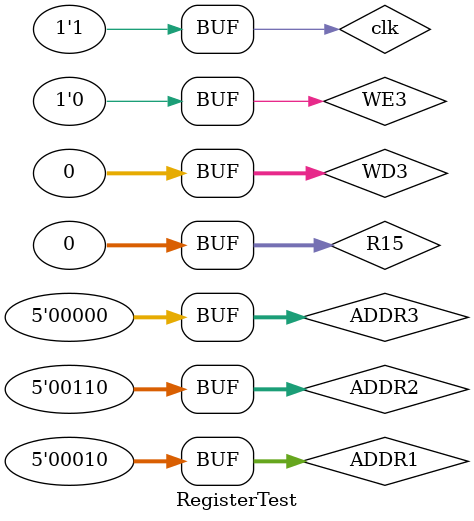
<source format=v>
`timescale 1ns / 1ps


module RegisterTest;

	// Inputs
	reg clk;
	reg WE3;
	reg [4:0] ADDR1;
	reg [4:0] ADDR2;
	reg [4:0] ADDR3;
	reg [31:0] WD3;
	reg [31:0] R15;

	// Outputs
	wire [31:0] RD1;
	wire [31:0] RD2;

	// Instantiate the Unit Under Test (UUT)
	Registers uut (
		.clk(clk), 
		.WE3(WE3), 
		.ADDR1(ADDR1), 
		.ADDR2(ADDR2), 
		.ADDR3(ADDR3), 
		.WD3(WD3), 
		.RD1(RD1), 
		.RD2(RD2), 
		.R15(R15)
	);

	initial begin
		// Initialize Inputs
		clk = 0;
		WE3 = 0;
		ADDR1 = 0;
		ADDR2 = 0;
		ADDR3 = 0;
		WD3 = 0;
		R15 = 0;

		// Wait 100 ns for global reset to finish
		#100;
        
		// Add stimulus here
		WE3 = 1;
		ADDR1 = 0;
		ADDR2 = 0;
		ADDR3 = 2;
		WD3 = 32'h56;
		R15 = 0;
		
		#50;
		WE3 = 1;
		ADDR1 = 0;
		ADDR2 = 0;
		ADDR3 = 6;
		WD3 = 32'h68;
		R15 = 0;
		
		#50;
		WE3 = 0;
		ADDR1 = 2;
		ADDR2 = 6;
		ADDR3 = 0;
		WD3 = 0;
		R15 = 0;
	end

always begin
	#5; clk = 0;
	#5; clk = 1;
end
   
endmodule


</source>
